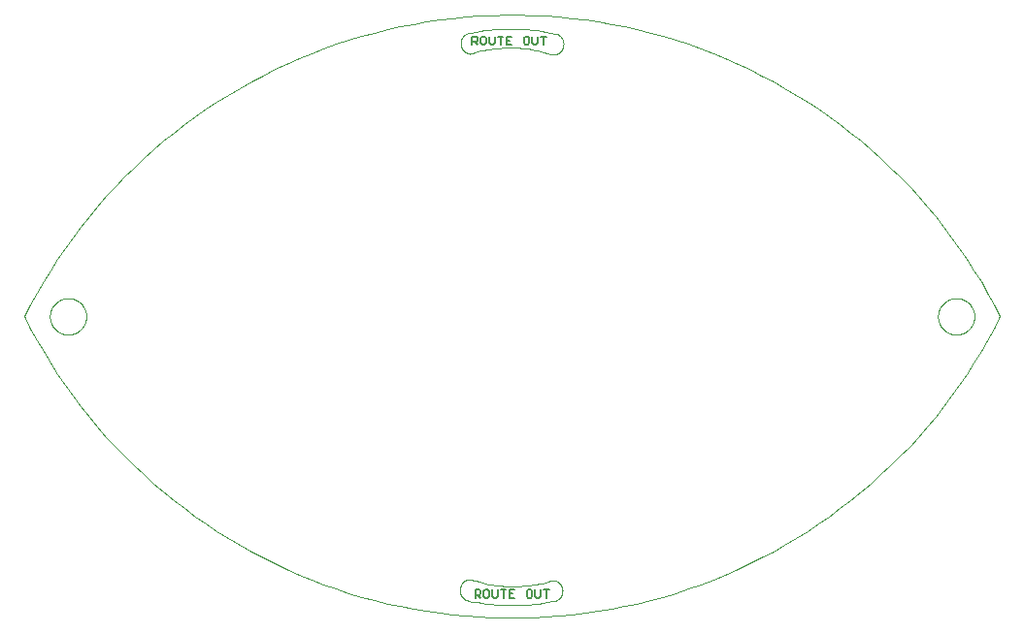
<source format=gko>
G75*
%MOIN*%
%OFA0B0*%
%FSLAX25Y25*%
%IPPOS*%
%LPD*%
%AMOC8*
5,1,8,0,0,1.08239X$1,22.5*
%
%ADD10C,0.00000*%
%ADD11C,0.00500*%
D10*
X0156500Y0063800D02*
X0156384Y0063827D01*
X0156270Y0063857D01*
X0156156Y0063891D01*
X0156043Y0063930D01*
X0155932Y0063971D01*
X0155822Y0064017D01*
X0155714Y0064066D01*
X0155608Y0064119D01*
X0155503Y0064175D01*
X0155400Y0064235D01*
X0155300Y0064298D01*
X0155201Y0064364D01*
X0155105Y0064433D01*
X0155011Y0064506D01*
X0154919Y0064582D01*
X0154830Y0064661D01*
X0154744Y0064742D01*
X0154661Y0064827D01*
X0154580Y0064914D01*
X0154502Y0065004D01*
X0154428Y0065097D01*
X0154356Y0065191D01*
X0154288Y0065289D01*
X0154223Y0065388D01*
X0154161Y0065489D01*
X0154103Y0065593D01*
X0154048Y0065698D01*
X0153996Y0065805D01*
X0153948Y0065914D01*
X0153904Y0066025D01*
X0153864Y0066136D01*
X0153827Y0066249D01*
X0153794Y0066363D01*
X0153765Y0066479D01*
X0153740Y0066595D01*
X0153718Y0066712D01*
X0153701Y0066829D01*
X0153687Y0066947D01*
X0153678Y0067065D01*
X0153672Y0067184D01*
X0153670Y0067303D01*
X0153672Y0067422D01*
X0153678Y0067540D01*
X0153688Y0067659D01*
X0153702Y0067777D01*
X0153720Y0067894D01*
X0153742Y0068011D01*
X0153767Y0068127D01*
X0153797Y0068242D01*
X0153830Y0068356D01*
X0153867Y0068469D01*
X0153908Y0068581D01*
X0153952Y0068691D01*
X0154000Y0068799D01*
X0154000Y0068800D02*
X0154036Y0068906D01*
X0154076Y0069011D01*
X0154120Y0069114D01*
X0154168Y0069215D01*
X0154218Y0069315D01*
X0154273Y0069413D01*
X0154330Y0069509D01*
X0154391Y0069603D01*
X0154455Y0069695D01*
X0154523Y0069784D01*
X0154593Y0069871D01*
X0154666Y0069956D01*
X0154743Y0070038D01*
X0154822Y0070117D01*
X0154903Y0070194D01*
X0154988Y0070267D01*
X0155075Y0070338D01*
X0155164Y0070405D01*
X0155255Y0070470D01*
X0155349Y0070531D01*
X0155445Y0070589D01*
X0155543Y0070644D01*
X0155642Y0070695D01*
X0155744Y0070742D01*
X0155847Y0070787D01*
X0155951Y0070827D01*
X0156057Y0070864D01*
X0156164Y0070897D01*
X0156272Y0070927D01*
X0156381Y0070952D01*
X0156490Y0070974D01*
X0156601Y0070992D01*
X0156712Y0071006D01*
X0156823Y0071017D01*
X0156935Y0071023D01*
X0157047Y0071026D01*
X0157159Y0071025D01*
X0157271Y0071019D01*
X0157382Y0071010D01*
X0157494Y0070998D01*
X0157604Y0070981D01*
X0157714Y0070960D01*
X0157824Y0070936D01*
X0157932Y0070908D01*
X0158039Y0070876D01*
X0158145Y0070840D01*
X0158250Y0070801D01*
X0004200Y0161500D02*
X0006282Y0165556D01*
X0008463Y0169560D01*
X0010741Y0173510D01*
X0013114Y0177403D01*
X0015582Y0181237D01*
X0018142Y0185010D01*
X0020793Y0188720D01*
X0023534Y0192363D01*
X0026363Y0195939D01*
X0029278Y0199445D01*
X0032277Y0202879D01*
X0035360Y0206238D01*
X0038523Y0209522D01*
X0041765Y0212727D01*
X0045085Y0215853D01*
X0048480Y0218897D01*
X0051947Y0221857D01*
X0055486Y0224732D01*
X0059094Y0227520D01*
X0062769Y0230219D01*
X0066508Y0232827D01*
X0070310Y0235344D01*
X0074172Y0237768D01*
X0078092Y0240096D01*
X0082068Y0242329D01*
X0086096Y0244464D01*
X0090176Y0246500D01*
X0094304Y0248436D01*
X0098478Y0250271D01*
X0102695Y0252004D01*
X0106953Y0253633D01*
X0111250Y0255158D01*
X0115583Y0256579D01*
X0119949Y0257893D01*
X0124345Y0259100D01*
X0128770Y0260200D01*
X0133220Y0261192D01*
X0137693Y0262075D01*
X0142187Y0262849D01*
X0146697Y0263513D01*
X0151223Y0264067D01*
X0155761Y0264511D01*
X0160308Y0264844D01*
X0164862Y0265066D01*
X0169420Y0265177D01*
X0173980Y0265177D01*
X0178538Y0265066D01*
X0183092Y0264844D01*
X0187639Y0264511D01*
X0192177Y0264067D01*
X0196703Y0263513D01*
X0201213Y0262849D01*
X0205707Y0262075D01*
X0210180Y0261192D01*
X0214630Y0260200D01*
X0219055Y0259100D01*
X0223451Y0257893D01*
X0227817Y0256579D01*
X0232150Y0255158D01*
X0236447Y0253633D01*
X0240705Y0252004D01*
X0244922Y0250271D01*
X0249096Y0248436D01*
X0253224Y0246500D01*
X0257304Y0244464D01*
X0261332Y0242329D01*
X0265308Y0240096D01*
X0269228Y0237768D01*
X0273090Y0235344D01*
X0276892Y0232827D01*
X0280631Y0230219D01*
X0284306Y0227520D01*
X0287914Y0224732D01*
X0291453Y0221857D01*
X0294920Y0218897D01*
X0298315Y0215853D01*
X0301635Y0212727D01*
X0304877Y0209522D01*
X0308040Y0206238D01*
X0311123Y0202879D01*
X0314122Y0199445D01*
X0317037Y0195939D01*
X0319866Y0192363D01*
X0322607Y0188720D01*
X0325258Y0185010D01*
X0327818Y0181237D01*
X0330286Y0177403D01*
X0332659Y0173510D01*
X0334937Y0169560D01*
X0337118Y0165556D01*
X0339200Y0161500D01*
X0317950Y0161500D02*
X0317952Y0161658D01*
X0317958Y0161815D01*
X0317968Y0161973D01*
X0317982Y0162130D01*
X0318000Y0162286D01*
X0318021Y0162443D01*
X0318047Y0162598D01*
X0318077Y0162753D01*
X0318110Y0162907D01*
X0318148Y0163060D01*
X0318189Y0163213D01*
X0318234Y0163364D01*
X0318283Y0163514D01*
X0318336Y0163662D01*
X0318392Y0163810D01*
X0318453Y0163955D01*
X0318516Y0164100D01*
X0318584Y0164242D01*
X0318655Y0164383D01*
X0318729Y0164522D01*
X0318807Y0164659D01*
X0318889Y0164794D01*
X0318973Y0164927D01*
X0319062Y0165058D01*
X0319153Y0165186D01*
X0319248Y0165313D01*
X0319345Y0165436D01*
X0319446Y0165558D01*
X0319550Y0165676D01*
X0319657Y0165792D01*
X0319767Y0165905D01*
X0319879Y0166016D01*
X0319995Y0166123D01*
X0320113Y0166228D01*
X0320233Y0166330D01*
X0320356Y0166428D01*
X0320482Y0166524D01*
X0320610Y0166616D01*
X0320740Y0166705D01*
X0320872Y0166791D01*
X0321007Y0166873D01*
X0321144Y0166952D01*
X0321282Y0167027D01*
X0321422Y0167099D01*
X0321565Y0167167D01*
X0321708Y0167232D01*
X0321854Y0167293D01*
X0322001Y0167350D01*
X0322149Y0167404D01*
X0322299Y0167454D01*
X0322449Y0167500D01*
X0322601Y0167542D01*
X0322754Y0167581D01*
X0322908Y0167615D01*
X0323063Y0167646D01*
X0323218Y0167672D01*
X0323374Y0167695D01*
X0323531Y0167714D01*
X0323688Y0167729D01*
X0323845Y0167740D01*
X0324003Y0167747D01*
X0324161Y0167750D01*
X0324318Y0167749D01*
X0324476Y0167744D01*
X0324633Y0167735D01*
X0324791Y0167722D01*
X0324947Y0167705D01*
X0325104Y0167684D01*
X0325259Y0167660D01*
X0325414Y0167631D01*
X0325569Y0167598D01*
X0325722Y0167562D01*
X0325875Y0167521D01*
X0326026Y0167477D01*
X0326176Y0167429D01*
X0326325Y0167378D01*
X0326473Y0167322D01*
X0326619Y0167263D01*
X0326764Y0167200D01*
X0326907Y0167133D01*
X0327048Y0167063D01*
X0327187Y0166990D01*
X0327325Y0166913D01*
X0327461Y0166832D01*
X0327594Y0166748D01*
X0327725Y0166661D01*
X0327854Y0166570D01*
X0327981Y0166476D01*
X0328106Y0166379D01*
X0328227Y0166279D01*
X0328347Y0166176D01*
X0328463Y0166070D01*
X0328577Y0165961D01*
X0328689Y0165849D01*
X0328797Y0165735D01*
X0328902Y0165617D01*
X0329005Y0165497D01*
X0329104Y0165375D01*
X0329200Y0165250D01*
X0329293Y0165122D01*
X0329383Y0164993D01*
X0329469Y0164861D01*
X0329553Y0164727D01*
X0329632Y0164591D01*
X0329709Y0164453D01*
X0329781Y0164313D01*
X0329850Y0164171D01*
X0329916Y0164028D01*
X0329978Y0163883D01*
X0330036Y0163736D01*
X0330091Y0163588D01*
X0330142Y0163439D01*
X0330189Y0163288D01*
X0330232Y0163137D01*
X0330271Y0162984D01*
X0330307Y0162830D01*
X0330338Y0162676D01*
X0330366Y0162521D01*
X0330390Y0162365D01*
X0330410Y0162208D01*
X0330426Y0162051D01*
X0330438Y0161894D01*
X0330446Y0161737D01*
X0330450Y0161579D01*
X0330450Y0161421D01*
X0330446Y0161263D01*
X0330438Y0161106D01*
X0330426Y0160949D01*
X0330410Y0160792D01*
X0330390Y0160635D01*
X0330366Y0160479D01*
X0330338Y0160324D01*
X0330307Y0160170D01*
X0330271Y0160016D01*
X0330232Y0159863D01*
X0330189Y0159712D01*
X0330142Y0159561D01*
X0330091Y0159412D01*
X0330036Y0159264D01*
X0329978Y0159117D01*
X0329916Y0158972D01*
X0329850Y0158829D01*
X0329781Y0158687D01*
X0329709Y0158547D01*
X0329632Y0158409D01*
X0329553Y0158273D01*
X0329469Y0158139D01*
X0329383Y0158007D01*
X0329293Y0157878D01*
X0329200Y0157750D01*
X0329104Y0157625D01*
X0329005Y0157503D01*
X0328902Y0157383D01*
X0328797Y0157265D01*
X0328689Y0157151D01*
X0328577Y0157039D01*
X0328463Y0156930D01*
X0328347Y0156824D01*
X0328227Y0156721D01*
X0328106Y0156621D01*
X0327981Y0156524D01*
X0327854Y0156430D01*
X0327725Y0156339D01*
X0327594Y0156252D01*
X0327461Y0156168D01*
X0327325Y0156087D01*
X0327187Y0156010D01*
X0327048Y0155937D01*
X0326907Y0155867D01*
X0326764Y0155800D01*
X0326619Y0155737D01*
X0326473Y0155678D01*
X0326325Y0155622D01*
X0326176Y0155571D01*
X0326026Y0155523D01*
X0325875Y0155479D01*
X0325722Y0155438D01*
X0325569Y0155402D01*
X0325414Y0155369D01*
X0325259Y0155340D01*
X0325104Y0155316D01*
X0324947Y0155295D01*
X0324791Y0155278D01*
X0324633Y0155265D01*
X0324476Y0155256D01*
X0324318Y0155251D01*
X0324161Y0155250D01*
X0324003Y0155253D01*
X0323845Y0155260D01*
X0323688Y0155271D01*
X0323531Y0155286D01*
X0323374Y0155305D01*
X0323218Y0155328D01*
X0323063Y0155354D01*
X0322908Y0155385D01*
X0322754Y0155419D01*
X0322601Y0155458D01*
X0322449Y0155500D01*
X0322299Y0155546D01*
X0322149Y0155596D01*
X0322001Y0155650D01*
X0321854Y0155707D01*
X0321708Y0155768D01*
X0321565Y0155833D01*
X0321422Y0155901D01*
X0321282Y0155973D01*
X0321144Y0156048D01*
X0321007Y0156127D01*
X0320872Y0156209D01*
X0320740Y0156295D01*
X0320610Y0156384D01*
X0320482Y0156476D01*
X0320356Y0156572D01*
X0320233Y0156670D01*
X0320113Y0156772D01*
X0319995Y0156877D01*
X0319879Y0156984D01*
X0319767Y0157095D01*
X0319657Y0157208D01*
X0319550Y0157324D01*
X0319446Y0157442D01*
X0319345Y0157564D01*
X0319248Y0157687D01*
X0319153Y0157814D01*
X0319062Y0157942D01*
X0318973Y0158073D01*
X0318889Y0158206D01*
X0318807Y0158341D01*
X0318729Y0158478D01*
X0318655Y0158617D01*
X0318584Y0158758D01*
X0318516Y0158900D01*
X0318453Y0159045D01*
X0318392Y0159190D01*
X0318336Y0159338D01*
X0318283Y0159486D01*
X0318234Y0159636D01*
X0318189Y0159787D01*
X0318148Y0159940D01*
X0318110Y0160093D01*
X0318077Y0160247D01*
X0318047Y0160402D01*
X0318021Y0160557D01*
X0318000Y0160714D01*
X0317982Y0160870D01*
X0317968Y0161027D01*
X0317958Y0161185D01*
X0317952Y0161342D01*
X0317950Y0161500D01*
X0189000Y0253800D02*
X0188964Y0253694D01*
X0188924Y0253589D01*
X0188880Y0253486D01*
X0188832Y0253385D01*
X0188782Y0253285D01*
X0188727Y0253187D01*
X0188670Y0253091D01*
X0188609Y0252997D01*
X0188545Y0252905D01*
X0188477Y0252816D01*
X0188407Y0252729D01*
X0188334Y0252644D01*
X0188257Y0252562D01*
X0188178Y0252483D01*
X0188097Y0252406D01*
X0188012Y0252333D01*
X0187925Y0252262D01*
X0187836Y0252195D01*
X0187745Y0252130D01*
X0187651Y0252069D01*
X0187555Y0252011D01*
X0187457Y0251956D01*
X0187358Y0251905D01*
X0187256Y0251858D01*
X0187153Y0251813D01*
X0187049Y0251773D01*
X0186943Y0251736D01*
X0186836Y0251703D01*
X0186728Y0251673D01*
X0186619Y0251648D01*
X0186510Y0251626D01*
X0186399Y0251608D01*
X0186288Y0251594D01*
X0186177Y0251583D01*
X0186065Y0251577D01*
X0185953Y0251574D01*
X0185841Y0251575D01*
X0185729Y0251581D01*
X0185618Y0251590D01*
X0185506Y0251602D01*
X0185396Y0251619D01*
X0185286Y0251640D01*
X0185176Y0251664D01*
X0185068Y0251692D01*
X0184961Y0251724D01*
X0184855Y0251760D01*
X0184750Y0251799D01*
X0189000Y0253801D02*
X0189048Y0253909D01*
X0189092Y0254019D01*
X0189133Y0254131D01*
X0189170Y0254244D01*
X0189203Y0254358D01*
X0189233Y0254473D01*
X0189258Y0254589D01*
X0189280Y0254706D01*
X0189298Y0254823D01*
X0189312Y0254941D01*
X0189322Y0255060D01*
X0189328Y0255178D01*
X0189330Y0255297D01*
X0189328Y0255416D01*
X0189322Y0255535D01*
X0189313Y0255653D01*
X0189299Y0255771D01*
X0189282Y0255888D01*
X0189260Y0256005D01*
X0189235Y0256121D01*
X0189206Y0256237D01*
X0189173Y0256351D01*
X0189136Y0256464D01*
X0189096Y0256575D01*
X0189052Y0256686D01*
X0189004Y0256795D01*
X0188952Y0256902D01*
X0188897Y0257007D01*
X0188839Y0257111D01*
X0188777Y0257212D01*
X0188712Y0257311D01*
X0188644Y0257409D01*
X0188572Y0257503D01*
X0188498Y0257596D01*
X0188420Y0257686D01*
X0188339Y0257773D01*
X0188256Y0257858D01*
X0188170Y0257939D01*
X0188081Y0258018D01*
X0187989Y0258094D01*
X0187895Y0258167D01*
X0187799Y0258236D01*
X0187700Y0258302D01*
X0187600Y0258365D01*
X0187497Y0258425D01*
X0187392Y0258481D01*
X0187286Y0258534D01*
X0187178Y0258583D01*
X0187068Y0258629D01*
X0186957Y0258670D01*
X0186844Y0258709D01*
X0186730Y0258743D01*
X0186616Y0258773D01*
X0186500Y0258800D01*
X0339200Y0161500D02*
X0337118Y0157444D01*
X0334937Y0153440D01*
X0332659Y0149490D01*
X0330286Y0145597D01*
X0327818Y0141763D01*
X0325258Y0137990D01*
X0322607Y0134280D01*
X0319866Y0130637D01*
X0317037Y0127061D01*
X0314122Y0123555D01*
X0311123Y0120121D01*
X0308040Y0116762D01*
X0304877Y0113478D01*
X0301635Y0110273D01*
X0298315Y0107147D01*
X0294920Y0104103D01*
X0291453Y0101143D01*
X0287914Y0098268D01*
X0284306Y0095480D01*
X0280631Y0092781D01*
X0276892Y0090173D01*
X0273090Y0087656D01*
X0269228Y0085232D01*
X0265308Y0082904D01*
X0261332Y0080671D01*
X0257304Y0078536D01*
X0253224Y0076500D01*
X0249096Y0074564D01*
X0244922Y0072729D01*
X0240705Y0070996D01*
X0236447Y0069367D01*
X0232150Y0067842D01*
X0227817Y0066421D01*
X0223451Y0065107D01*
X0219055Y0063900D01*
X0214630Y0062800D01*
X0210180Y0061808D01*
X0205707Y0060925D01*
X0201213Y0060151D01*
X0196703Y0059487D01*
X0192177Y0058933D01*
X0187639Y0058489D01*
X0183092Y0058156D01*
X0178538Y0057934D01*
X0173980Y0057823D01*
X0169420Y0057823D01*
X0164862Y0057934D01*
X0160308Y0058156D01*
X0155761Y0058489D01*
X0151223Y0058933D01*
X0146697Y0059487D01*
X0142187Y0060151D01*
X0137693Y0060925D01*
X0133220Y0061808D01*
X0128770Y0062800D01*
X0124345Y0063900D01*
X0119949Y0065107D01*
X0115583Y0066421D01*
X0111250Y0067842D01*
X0106953Y0069367D01*
X0102695Y0070996D01*
X0098478Y0072729D01*
X0094304Y0074564D01*
X0090176Y0076500D01*
X0086096Y0078536D01*
X0082068Y0080671D01*
X0078092Y0082904D01*
X0074172Y0085232D01*
X0070310Y0087656D01*
X0066508Y0090173D01*
X0062769Y0092781D01*
X0059094Y0095480D01*
X0055486Y0098268D01*
X0051947Y0101143D01*
X0048480Y0104103D01*
X0045085Y0107147D01*
X0041765Y0110273D01*
X0038523Y0113478D01*
X0035360Y0116762D01*
X0032277Y0120121D01*
X0029278Y0123555D01*
X0026363Y0127061D01*
X0023534Y0130637D01*
X0020793Y0134280D01*
X0018142Y0137990D01*
X0015582Y0141763D01*
X0013114Y0145597D01*
X0010741Y0149490D01*
X0008463Y0153440D01*
X0006282Y0157444D01*
X0004200Y0161500D01*
X0012950Y0161500D02*
X0012952Y0161658D01*
X0012958Y0161815D01*
X0012968Y0161973D01*
X0012982Y0162130D01*
X0013000Y0162286D01*
X0013021Y0162443D01*
X0013047Y0162598D01*
X0013077Y0162753D01*
X0013110Y0162907D01*
X0013148Y0163060D01*
X0013189Y0163213D01*
X0013234Y0163364D01*
X0013283Y0163514D01*
X0013336Y0163662D01*
X0013392Y0163810D01*
X0013453Y0163955D01*
X0013516Y0164100D01*
X0013584Y0164242D01*
X0013655Y0164383D01*
X0013729Y0164522D01*
X0013807Y0164659D01*
X0013889Y0164794D01*
X0013973Y0164927D01*
X0014062Y0165058D01*
X0014153Y0165186D01*
X0014248Y0165313D01*
X0014345Y0165436D01*
X0014446Y0165558D01*
X0014550Y0165676D01*
X0014657Y0165792D01*
X0014767Y0165905D01*
X0014879Y0166016D01*
X0014995Y0166123D01*
X0015113Y0166228D01*
X0015233Y0166330D01*
X0015356Y0166428D01*
X0015482Y0166524D01*
X0015610Y0166616D01*
X0015740Y0166705D01*
X0015872Y0166791D01*
X0016007Y0166873D01*
X0016144Y0166952D01*
X0016282Y0167027D01*
X0016422Y0167099D01*
X0016565Y0167167D01*
X0016708Y0167232D01*
X0016854Y0167293D01*
X0017001Y0167350D01*
X0017149Y0167404D01*
X0017299Y0167454D01*
X0017449Y0167500D01*
X0017601Y0167542D01*
X0017754Y0167581D01*
X0017908Y0167615D01*
X0018063Y0167646D01*
X0018218Y0167672D01*
X0018374Y0167695D01*
X0018531Y0167714D01*
X0018688Y0167729D01*
X0018845Y0167740D01*
X0019003Y0167747D01*
X0019161Y0167750D01*
X0019318Y0167749D01*
X0019476Y0167744D01*
X0019633Y0167735D01*
X0019791Y0167722D01*
X0019947Y0167705D01*
X0020104Y0167684D01*
X0020259Y0167660D01*
X0020414Y0167631D01*
X0020569Y0167598D01*
X0020722Y0167562D01*
X0020875Y0167521D01*
X0021026Y0167477D01*
X0021176Y0167429D01*
X0021325Y0167378D01*
X0021473Y0167322D01*
X0021619Y0167263D01*
X0021764Y0167200D01*
X0021907Y0167133D01*
X0022048Y0167063D01*
X0022187Y0166990D01*
X0022325Y0166913D01*
X0022461Y0166832D01*
X0022594Y0166748D01*
X0022725Y0166661D01*
X0022854Y0166570D01*
X0022981Y0166476D01*
X0023106Y0166379D01*
X0023227Y0166279D01*
X0023347Y0166176D01*
X0023463Y0166070D01*
X0023577Y0165961D01*
X0023689Y0165849D01*
X0023797Y0165735D01*
X0023902Y0165617D01*
X0024005Y0165497D01*
X0024104Y0165375D01*
X0024200Y0165250D01*
X0024293Y0165122D01*
X0024383Y0164993D01*
X0024469Y0164861D01*
X0024553Y0164727D01*
X0024632Y0164591D01*
X0024709Y0164453D01*
X0024781Y0164313D01*
X0024850Y0164171D01*
X0024916Y0164028D01*
X0024978Y0163883D01*
X0025036Y0163736D01*
X0025091Y0163588D01*
X0025142Y0163439D01*
X0025189Y0163288D01*
X0025232Y0163137D01*
X0025271Y0162984D01*
X0025307Y0162830D01*
X0025338Y0162676D01*
X0025366Y0162521D01*
X0025390Y0162365D01*
X0025410Y0162208D01*
X0025426Y0162051D01*
X0025438Y0161894D01*
X0025446Y0161737D01*
X0025450Y0161579D01*
X0025450Y0161421D01*
X0025446Y0161263D01*
X0025438Y0161106D01*
X0025426Y0160949D01*
X0025410Y0160792D01*
X0025390Y0160635D01*
X0025366Y0160479D01*
X0025338Y0160324D01*
X0025307Y0160170D01*
X0025271Y0160016D01*
X0025232Y0159863D01*
X0025189Y0159712D01*
X0025142Y0159561D01*
X0025091Y0159412D01*
X0025036Y0159264D01*
X0024978Y0159117D01*
X0024916Y0158972D01*
X0024850Y0158829D01*
X0024781Y0158687D01*
X0024709Y0158547D01*
X0024632Y0158409D01*
X0024553Y0158273D01*
X0024469Y0158139D01*
X0024383Y0158007D01*
X0024293Y0157878D01*
X0024200Y0157750D01*
X0024104Y0157625D01*
X0024005Y0157503D01*
X0023902Y0157383D01*
X0023797Y0157265D01*
X0023689Y0157151D01*
X0023577Y0157039D01*
X0023463Y0156930D01*
X0023347Y0156824D01*
X0023227Y0156721D01*
X0023106Y0156621D01*
X0022981Y0156524D01*
X0022854Y0156430D01*
X0022725Y0156339D01*
X0022594Y0156252D01*
X0022461Y0156168D01*
X0022325Y0156087D01*
X0022187Y0156010D01*
X0022048Y0155937D01*
X0021907Y0155867D01*
X0021764Y0155800D01*
X0021619Y0155737D01*
X0021473Y0155678D01*
X0021325Y0155622D01*
X0021176Y0155571D01*
X0021026Y0155523D01*
X0020875Y0155479D01*
X0020722Y0155438D01*
X0020569Y0155402D01*
X0020414Y0155369D01*
X0020259Y0155340D01*
X0020104Y0155316D01*
X0019947Y0155295D01*
X0019791Y0155278D01*
X0019633Y0155265D01*
X0019476Y0155256D01*
X0019318Y0155251D01*
X0019161Y0155250D01*
X0019003Y0155253D01*
X0018845Y0155260D01*
X0018688Y0155271D01*
X0018531Y0155286D01*
X0018374Y0155305D01*
X0018218Y0155328D01*
X0018063Y0155354D01*
X0017908Y0155385D01*
X0017754Y0155419D01*
X0017601Y0155458D01*
X0017449Y0155500D01*
X0017299Y0155546D01*
X0017149Y0155596D01*
X0017001Y0155650D01*
X0016854Y0155707D01*
X0016708Y0155768D01*
X0016565Y0155833D01*
X0016422Y0155901D01*
X0016282Y0155973D01*
X0016144Y0156048D01*
X0016007Y0156127D01*
X0015872Y0156209D01*
X0015740Y0156295D01*
X0015610Y0156384D01*
X0015482Y0156476D01*
X0015356Y0156572D01*
X0015233Y0156670D01*
X0015113Y0156772D01*
X0014995Y0156877D01*
X0014879Y0156984D01*
X0014767Y0157095D01*
X0014657Y0157208D01*
X0014550Y0157324D01*
X0014446Y0157442D01*
X0014345Y0157564D01*
X0014248Y0157687D01*
X0014153Y0157814D01*
X0014062Y0157942D01*
X0013973Y0158073D01*
X0013889Y0158206D01*
X0013807Y0158341D01*
X0013729Y0158478D01*
X0013655Y0158617D01*
X0013584Y0158758D01*
X0013516Y0158900D01*
X0013453Y0159045D01*
X0013392Y0159190D01*
X0013336Y0159338D01*
X0013283Y0159486D01*
X0013234Y0159636D01*
X0013189Y0159787D01*
X0013148Y0159940D01*
X0013110Y0160093D01*
X0013077Y0160247D01*
X0013047Y0160402D01*
X0013021Y0160557D01*
X0013000Y0160714D01*
X0012982Y0160870D01*
X0012968Y0161027D01*
X0012958Y0161185D01*
X0012952Y0161342D01*
X0012950Y0161500D01*
X0157250Y0251801D02*
X0157363Y0251814D01*
X0157475Y0251832D01*
X0157587Y0251852D01*
X0157699Y0251876D01*
X0157809Y0251904D01*
X0157919Y0251935D01*
X0158027Y0251969D01*
X0158134Y0252007D01*
X0158241Y0252048D01*
X0158345Y0252092D01*
X0158449Y0252139D01*
X0158551Y0252190D01*
X0158651Y0252244D01*
X0158750Y0252301D01*
X0157250Y0251801D02*
X0157132Y0251816D01*
X0157014Y0251835D01*
X0156896Y0251857D01*
X0156780Y0251884D01*
X0156664Y0251914D01*
X0156549Y0251949D01*
X0156436Y0251986D01*
X0156324Y0252028D01*
X0156213Y0252073D01*
X0156104Y0252122D01*
X0155997Y0252175D01*
X0155891Y0252231D01*
X0155787Y0252290D01*
X0155686Y0252353D01*
X0155586Y0252419D01*
X0155489Y0252489D01*
X0155394Y0252561D01*
X0155301Y0252637D01*
X0155211Y0252715D01*
X0155123Y0252797D01*
X0155039Y0252881D01*
X0154957Y0252968D01*
X0154878Y0253058D01*
X0154802Y0253151D01*
X0154729Y0253245D01*
X0154659Y0253342D01*
X0154592Y0253442D01*
X0154529Y0253543D01*
X0154469Y0253647D01*
X0154413Y0253752D01*
X0154360Y0253859D01*
X0154311Y0253968D01*
X0154265Y0254079D01*
X0154223Y0254191D01*
X0154184Y0254304D01*
X0154150Y0254418D01*
X0154119Y0254534D01*
X0154092Y0254650D01*
X0154068Y0254768D01*
X0154049Y0254886D01*
X0154033Y0255004D01*
X0154022Y0255123D01*
X0154014Y0255242D01*
X0154010Y0255362D01*
X0154011Y0255482D01*
X0154015Y0255601D01*
X0154023Y0255720D01*
X0154035Y0255839D01*
X0154051Y0255958D01*
X0154070Y0256076D01*
X0154094Y0256193D01*
X0154121Y0256309D01*
X0154153Y0256425D01*
X0154188Y0256539D01*
X0154227Y0256652D01*
X0154269Y0256764D01*
X0154315Y0256874D01*
X0154365Y0256983D01*
X0154418Y0257090D01*
X0154475Y0257195D01*
X0154535Y0257299D01*
X0154599Y0257400D01*
X0154666Y0257499D01*
X0154736Y0257596D01*
X0154809Y0257690D01*
X0154885Y0257783D01*
X0154965Y0257872D01*
X0155047Y0257959D01*
X0155132Y0258043D01*
X0155219Y0258124D01*
X0155310Y0258203D01*
X0155403Y0258278D01*
X0155498Y0258350D01*
X0155596Y0258419D01*
X0155695Y0258485D01*
X0155797Y0258548D01*
X0155901Y0258607D01*
X0156007Y0258662D01*
X0156115Y0258714D01*
X0156224Y0258763D01*
X0156335Y0258808D01*
X0156447Y0258849D01*
X0156561Y0258887D01*
X0156675Y0258921D01*
X0156791Y0258951D01*
X0156908Y0258977D01*
X0157025Y0258999D01*
X0157143Y0259018D01*
X0157262Y0259033D01*
X0157381Y0259043D01*
X0157500Y0259050D01*
X0158750Y0252300D02*
X0159813Y0252576D01*
X0160883Y0252827D01*
X0161958Y0253053D01*
X0163038Y0253252D01*
X0164122Y0253426D01*
X0165210Y0253575D01*
X0166302Y0253697D01*
X0167396Y0253793D01*
X0168492Y0253863D01*
X0169590Y0253907D01*
X0170688Y0253926D01*
X0171786Y0253917D01*
X0172884Y0253883D01*
X0173981Y0253823D01*
X0175076Y0253737D01*
X0176168Y0253624D01*
X0177258Y0253486D01*
X0178344Y0253322D01*
X0179426Y0253132D01*
X0180503Y0252916D01*
X0181574Y0252675D01*
X0182640Y0252409D01*
X0183699Y0252117D01*
X0184750Y0251800D01*
X0186499Y0258800D02*
X0184911Y0259134D01*
X0183315Y0259431D01*
X0181713Y0259690D01*
X0180105Y0259912D01*
X0178493Y0260096D01*
X0176876Y0260243D01*
X0175257Y0260352D01*
X0173635Y0260422D01*
X0172013Y0260455D01*
X0170390Y0260450D01*
X0168767Y0260408D01*
X0167146Y0260327D01*
X0165527Y0260208D01*
X0163912Y0260052D01*
X0162300Y0259857D01*
X0160694Y0259626D01*
X0159093Y0259356D01*
X0157500Y0259050D01*
X0156501Y0063800D02*
X0158089Y0063466D01*
X0159685Y0063169D01*
X0161287Y0062910D01*
X0162895Y0062688D01*
X0164507Y0062504D01*
X0166124Y0062357D01*
X0167743Y0062248D01*
X0169365Y0062178D01*
X0170987Y0062145D01*
X0172610Y0062150D01*
X0174233Y0062192D01*
X0175854Y0062273D01*
X0177473Y0062392D01*
X0179088Y0062548D01*
X0180700Y0062743D01*
X0182306Y0062974D01*
X0183907Y0063244D01*
X0185500Y0063550D01*
X0185619Y0063557D01*
X0185738Y0063567D01*
X0185857Y0063582D01*
X0185975Y0063601D01*
X0186092Y0063623D01*
X0186209Y0063649D01*
X0186325Y0063679D01*
X0186439Y0063713D01*
X0186553Y0063751D01*
X0186665Y0063792D01*
X0186776Y0063837D01*
X0186885Y0063886D01*
X0186993Y0063938D01*
X0187099Y0063993D01*
X0187203Y0064052D01*
X0187305Y0064115D01*
X0187404Y0064181D01*
X0187502Y0064250D01*
X0187597Y0064322D01*
X0187690Y0064397D01*
X0187781Y0064476D01*
X0187868Y0064557D01*
X0187953Y0064641D01*
X0188035Y0064728D01*
X0188115Y0064817D01*
X0188191Y0064910D01*
X0188264Y0065004D01*
X0188334Y0065101D01*
X0188401Y0065200D01*
X0188465Y0065301D01*
X0188525Y0065405D01*
X0188582Y0065510D01*
X0188635Y0065617D01*
X0188685Y0065726D01*
X0188731Y0065836D01*
X0188773Y0065948D01*
X0188812Y0066061D01*
X0188847Y0066175D01*
X0188879Y0066291D01*
X0188906Y0066407D01*
X0188930Y0066524D01*
X0188949Y0066642D01*
X0188965Y0066761D01*
X0188977Y0066880D01*
X0188985Y0066999D01*
X0188989Y0067118D01*
X0188990Y0067238D01*
X0188986Y0067358D01*
X0188978Y0067477D01*
X0188967Y0067596D01*
X0188951Y0067714D01*
X0188932Y0067832D01*
X0188908Y0067950D01*
X0188881Y0068066D01*
X0188850Y0068182D01*
X0188816Y0068296D01*
X0188777Y0068409D01*
X0188735Y0068521D01*
X0188689Y0068632D01*
X0188640Y0068741D01*
X0188587Y0068848D01*
X0188531Y0068953D01*
X0188471Y0069057D01*
X0188408Y0069158D01*
X0188341Y0069258D01*
X0188271Y0069355D01*
X0188198Y0069449D01*
X0188122Y0069542D01*
X0188043Y0069632D01*
X0187961Y0069719D01*
X0187877Y0069803D01*
X0187789Y0069885D01*
X0187699Y0069963D01*
X0187606Y0070039D01*
X0187511Y0070111D01*
X0187414Y0070181D01*
X0187314Y0070247D01*
X0187213Y0070310D01*
X0187109Y0070369D01*
X0187003Y0070425D01*
X0186896Y0070478D01*
X0186787Y0070527D01*
X0186676Y0070572D01*
X0186564Y0070614D01*
X0186451Y0070651D01*
X0186336Y0070686D01*
X0186220Y0070716D01*
X0186104Y0070743D01*
X0185986Y0070765D01*
X0185868Y0070784D01*
X0185750Y0070799D01*
X0185637Y0070786D01*
X0185525Y0070768D01*
X0185413Y0070748D01*
X0185301Y0070724D01*
X0185191Y0070696D01*
X0185081Y0070665D01*
X0184973Y0070631D01*
X0184866Y0070593D01*
X0184759Y0070552D01*
X0184655Y0070508D01*
X0184551Y0070461D01*
X0184449Y0070410D01*
X0184349Y0070356D01*
X0184250Y0070299D01*
X0184250Y0070300D02*
X0183187Y0070024D01*
X0182117Y0069773D01*
X0181042Y0069547D01*
X0179962Y0069348D01*
X0178878Y0069174D01*
X0177790Y0069025D01*
X0176698Y0068903D01*
X0175604Y0068807D01*
X0174508Y0068737D01*
X0173410Y0068693D01*
X0172312Y0068674D01*
X0171214Y0068683D01*
X0170116Y0068717D01*
X0169019Y0068777D01*
X0167924Y0068863D01*
X0166832Y0068976D01*
X0165742Y0069114D01*
X0164656Y0069278D01*
X0163574Y0069468D01*
X0162497Y0069684D01*
X0161426Y0069925D01*
X0160360Y0070191D01*
X0159301Y0070483D01*
X0158250Y0070800D01*
D11*
X0159000Y0067502D02*
X0160351Y0067502D01*
X0160802Y0067052D01*
X0160802Y0066151D01*
X0160351Y0065701D01*
X0159000Y0065701D01*
X0159901Y0065701D02*
X0160802Y0064800D01*
X0161947Y0065250D02*
X0162397Y0064800D01*
X0163298Y0064800D01*
X0163748Y0065250D01*
X0163748Y0067052D01*
X0163298Y0067502D01*
X0162397Y0067502D01*
X0161947Y0067052D01*
X0161947Y0065250D01*
X0164893Y0065250D02*
X0164893Y0067502D01*
X0166695Y0067502D02*
X0166695Y0065250D01*
X0166244Y0064800D01*
X0165343Y0064800D01*
X0164893Y0065250D01*
X0167840Y0067502D02*
X0169641Y0067502D01*
X0168740Y0067502D02*
X0168740Y0064800D01*
X0170786Y0064800D02*
X0172588Y0064800D01*
X0171687Y0066151D02*
X0170786Y0066151D01*
X0170786Y0067502D02*
X0170786Y0064800D01*
X0170786Y0067502D02*
X0172588Y0067502D01*
X0176679Y0067052D02*
X0176679Y0065250D01*
X0177129Y0064800D01*
X0178030Y0064800D01*
X0178481Y0065250D01*
X0178481Y0067052D01*
X0178030Y0067502D01*
X0177129Y0067502D01*
X0176679Y0067052D01*
X0179626Y0067502D02*
X0179626Y0065250D01*
X0180076Y0064800D01*
X0180977Y0064800D01*
X0181427Y0065250D01*
X0181427Y0067502D01*
X0182572Y0067502D02*
X0184374Y0067502D01*
X0183473Y0067502D02*
X0183473Y0064800D01*
X0159000Y0064800D02*
X0159000Y0067502D01*
X0159783Y0255100D02*
X0158882Y0256001D01*
X0159332Y0256001D02*
X0157981Y0256001D01*
X0157981Y0255100D02*
X0157981Y0257802D01*
X0159332Y0257802D01*
X0159783Y0257352D01*
X0159783Y0256451D01*
X0159332Y0256001D01*
X0160928Y0255550D02*
X0161378Y0255100D01*
X0162279Y0255100D01*
X0162729Y0255550D01*
X0162729Y0257352D01*
X0162279Y0257802D01*
X0161378Y0257802D01*
X0160928Y0257352D01*
X0160928Y0255550D01*
X0163874Y0255550D02*
X0164325Y0255100D01*
X0165226Y0255100D01*
X0165676Y0255550D01*
X0165676Y0257802D01*
X0166821Y0257802D02*
X0168622Y0257802D01*
X0167722Y0257802D02*
X0167722Y0255100D01*
X0169767Y0255100D02*
X0169767Y0257802D01*
X0171569Y0257802D01*
X0170668Y0256451D02*
X0169767Y0256451D01*
X0169767Y0255100D02*
X0171569Y0255100D01*
X0175660Y0255550D02*
X0175660Y0257352D01*
X0176111Y0257802D01*
X0177012Y0257802D01*
X0177462Y0257352D01*
X0177462Y0255550D01*
X0177012Y0255100D01*
X0176111Y0255100D01*
X0175660Y0255550D01*
X0178607Y0255550D02*
X0178607Y0257802D01*
X0180409Y0257802D02*
X0180409Y0255550D01*
X0179958Y0255100D01*
X0179057Y0255100D01*
X0178607Y0255550D01*
X0181553Y0257802D02*
X0183355Y0257802D01*
X0182454Y0257802D02*
X0182454Y0255100D01*
X0163874Y0255550D02*
X0163874Y0257802D01*
M02*

</source>
